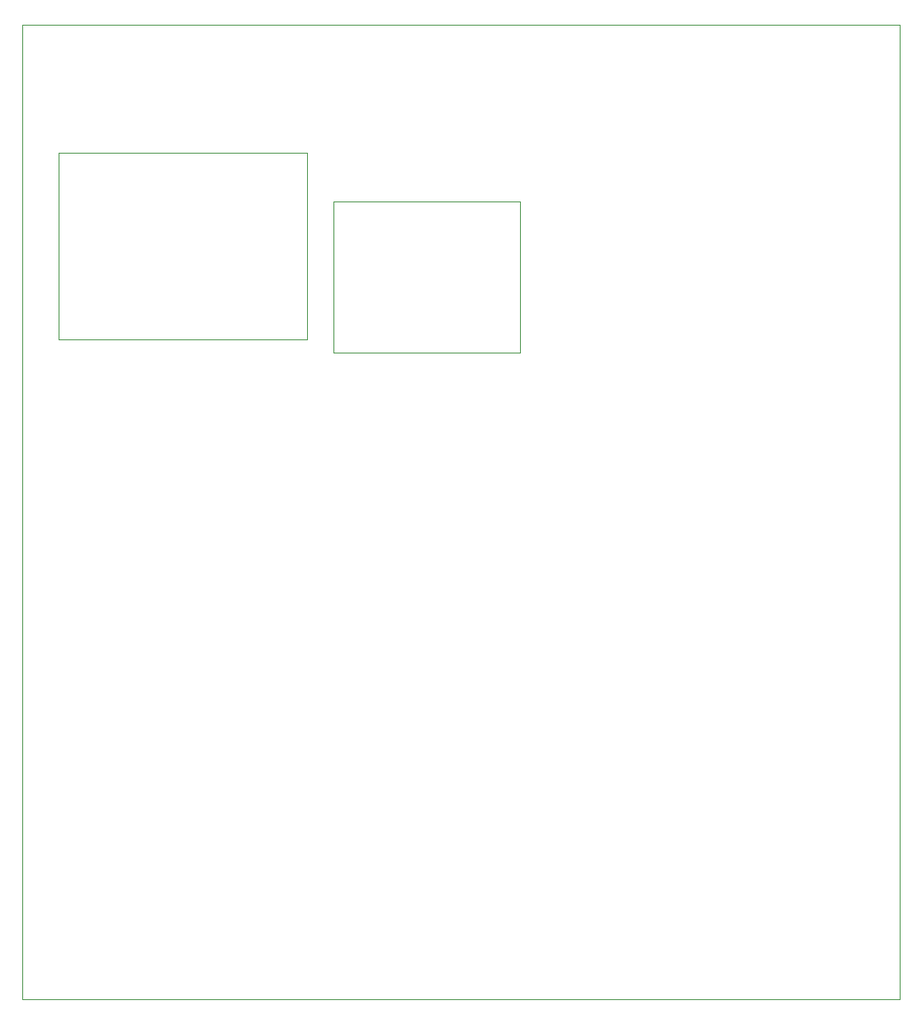
<source format=gbr>
%TF.GenerationSoftware,KiCad,Pcbnew,8.99.0-unknown-498d2c9db1~178~ubuntu22.04.1*%
%TF.CreationDate,2024-05-21T12:15:03+05:30*%
%TF.ProjectId,DDX-4,4444582d-342e-46b6-9963-61645f706362,rev?*%
%TF.SameCoordinates,Original*%
%TF.FileFunction,Profile,NP*%
%FSLAX46Y46*%
G04 Gerber Fmt 4.6, Leading zero omitted, Abs format (unit mm)*
G04 Created by KiCad (PCBNEW 8.99.0-unknown-498d2c9db1~178~ubuntu22.04.1) date 2024-05-21 12:15:03*
%MOMM*%
%LPD*%
G01*
G04 APERTURE LIST*
%TA.AperFunction,Profile*%
%ADD10C,0.100000*%
%TD*%
G04 APERTURE END LIST*
D10*
X136958000Y-62835000D02*
X226958000Y-62835000D01*
X226958000Y-162735000D01*
X136958000Y-162735000D01*
X136958000Y-62835000D01*
X140650000Y-76000000D02*
X166150000Y-76000000D01*
X166150000Y-95100000D01*
X140650000Y-95100000D01*
X140650000Y-76000000D01*
X168861000Y-80922000D02*
X187961000Y-80922000D01*
X187961000Y-96422000D01*
X168861000Y-96422000D01*
X168861000Y-80922000D01*
M02*

</source>
